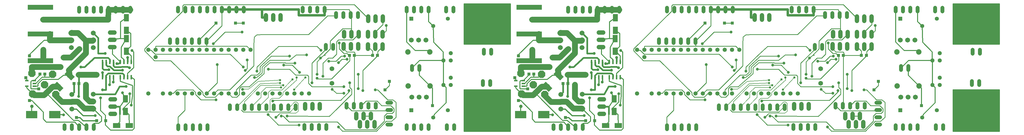
<source format=gbl>
G75*
%MOIN*%
%OFA0B0*%
%FSLAX25Y25*%
%IPPOS*%
%LPD*%
%AMOC8*
5,1,8,0,0,1.08239X$1,22.5*
%
%ADD10R,0.07000X0.09900*%
%ADD11R,0.09900X0.07000*%
%ADD12C,0.06000*%
%ADD13OC8,0.10000*%
%ADD14C,0.05800*%
%ADD15C,0.06750*%
%ADD16R,0.02100X0.06300*%
%ADD17C,0.06500*%
%ADD18C,0.05200*%
%ADD19R,0.15748X0.09843*%
%ADD20R,0.35000X0.07000*%
%ADD21R,0.05543X0.05543*%
%ADD22C,0.05543*%
%ADD23OC8,0.05200*%
%ADD24C,0.07400*%
%ADD25R,0.03937X0.04331*%
%ADD26R,0.07087X0.12598*%
%ADD27R,0.04724X0.02362*%
%ADD28C,0.02400*%
%ADD29C,0.03962*%
%ADD30C,0.01200*%
%ADD31C,0.01000*%
%ADD32C,0.01575*%
%ADD33C,0.03200*%
%ADD34C,0.03187*%
%ADD35C,0.00984*%
%ADD36R,0.03962X0.03962*%
%ADD37C,0.00600*%
%ADD38C,0.03100*%
%ADD39C,0.05000*%
%ADD40C,0.07874*%
%ADD41C,0.04750*%
%ADD42R,0.04750X0.04750*%
%ADD43C,0.07600*%
%ADD44C,0.04000*%
%ADD45C,0.01600*%
%ADD46R,0.03100X0.03100*%
D10*
X0255767Y0153320D03*
X0255767Y0170720D03*
X0257124Y0235910D03*
X0257124Y0253310D03*
X0257400Y0264613D03*
X0257400Y0282013D03*
X0926691Y0282013D03*
X0926691Y0264613D03*
X0926415Y0253310D03*
X0926415Y0235910D03*
X0925058Y0170720D03*
X0925058Y0153320D03*
D11*
X0930534Y0133961D03*
X0913134Y0133961D03*
X0261243Y0133961D03*
X0243843Y0133961D03*
D12*
X0241581Y0149988D02*
X0235581Y0149988D01*
X0235581Y0159988D02*
X0241581Y0159988D01*
X0241581Y0169988D02*
X0235581Y0169988D01*
X0502072Y0163490D02*
X0502072Y0157490D01*
X0512072Y0157490D02*
X0512072Y0163490D01*
X0522072Y0163490D02*
X0522072Y0157490D01*
X0571993Y0149955D02*
X0571993Y0143955D01*
X0576793Y0138744D02*
X0576793Y0132744D01*
X0586793Y0132744D02*
X0586793Y0138744D01*
X0581993Y0143955D02*
X0581993Y0149955D01*
X0591993Y0149955D02*
X0591993Y0143955D01*
X0596793Y0138744D02*
X0596793Y0132744D01*
X0904872Y0149988D02*
X0910872Y0149988D01*
X0910872Y0159988D02*
X0904872Y0159988D01*
X0904872Y0169988D02*
X0910872Y0169988D01*
X1171363Y0163490D02*
X1171363Y0157490D01*
X1181363Y0157490D02*
X1181363Y0163490D01*
X1191363Y0163490D02*
X1191363Y0157490D01*
X1241285Y0149955D02*
X1241285Y0143955D01*
X1246085Y0138744D02*
X1246085Y0132744D01*
X1256085Y0132744D02*
X1256085Y0138744D01*
X1251285Y0143955D02*
X1251285Y0149955D01*
X1261285Y0149955D02*
X1261285Y0143955D01*
X1266085Y0138744D02*
X1266085Y0132744D01*
X1267266Y0239366D02*
X1267266Y0245366D01*
X1277266Y0245366D02*
X1277266Y0239366D01*
X1257266Y0239366D02*
X1257266Y0245366D01*
X1243801Y0245681D02*
X1243801Y0239681D01*
X1233801Y0239681D02*
X1233801Y0245681D01*
X1223801Y0245681D02*
X1223801Y0239681D01*
X1224589Y0256374D02*
X1224589Y0262374D01*
X1234589Y0262374D02*
X1234589Y0256374D01*
X1244589Y0256374D02*
X1244589Y0262374D01*
X1257266Y0262453D02*
X1257266Y0256453D01*
X1267266Y0256453D02*
X1267266Y0262453D01*
X1277266Y0262453D02*
X1277266Y0256453D01*
X1277392Y0277835D02*
X1277392Y0283835D01*
X1267392Y0283835D02*
X1267392Y0277835D01*
X1257392Y0277835D02*
X1257392Y0283835D01*
X1137404Y0285382D02*
X1137404Y0279382D01*
X1127404Y0279382D02*
X1127404Y0285382D01*
X1117404Y0285382D02*
X1117404Y0279382D01*
X0910085Y0261650D02*
X0904085Y0261650D01*
X0904085Y0251650D02*
X0910085Y0251650D01*
X0910085Y0241650D02*
X0904085Y0241650D01*
X0607974Y0239366D02*
X0607974Y0245366D01*
X0597974Y0245366D02*
X0597974Y0239366D01*
X0587974Y0239366D02*
X0587974Y0245366D01*
X0574510Y0245681D02*
X0574510Y0239681D01*
X0564510Y0239681D02*
X0564510Y0245681D01*
X0554510Y0245681D02*
X0554510Y0239681D01*
X0555297Y0256374D02*
X0555297Y0262374D01*
X0565297Y0262374D02*
X0565297Y0256374D01*
X0575297Y0256374D02*
X0575297Y0262374D01*
X0587974Y0262453D02*
X0587974Y0256453D01*
X0597974Y0256453D02*
X0597974Y0262453D01*
X0607974Y0262453D02*
X0607974Y0256453D01*
X0608100Y0277835D02*
X0608100Y0283835D01*
X0598100Y0283835D02*
X0598100Y0277835D01*
X0588100Y0277835D02*
X0588100Y0283835D01*
X0468112Y0285382D02*
X0468112Y0279382D01*
X0458112Y0279382D02*
X0458112Y0285382D01*
X0448112Y0285382D02*
X0448112Y0279382D01*
X0240793Y0261650D02*
X0234793Y0261650D01*
X0234793Y0251650D02*
X0240793Y0251650D01*
X0240793Y0241650D02*
X0234793Y0241650D01*
D13*
X0156415Y0204484D03*
X0128069Y0205665D03*
X0145116Y0189878D03*
X0160510Y0176807D03*
X0129014Y0177516D03*
X0797360Y0205665D03*
X0825707Y0204484D03*
X0814407Y0189878D03*
X0829801Y0176807D03*
X0798305Y0177516D03*
D14*
X0956392Y0177862D03*
X0976392Y0177862D03*
X0986392Y0177862D03*
X0996392Y0177862D03*
X1006392Y0177862D03*
X1016392Y0177862D03*
X1026392Y0177862D03*
X1036392Y0177862D03*
X1046392Y0177862D03*
X1056392Y0177862D03*
X1066392Y0177862D03*
X1076392Y0177862D03*
X1086392Y0177862D03*
X1106392Y0177862D03*
X1116392Y0177862D03*
X1126392Y0177862D03*
X1136392Y0177862D03*
X1146392Y0177862D03*
X1156392Y0177862D03*
X1166392Y0177862D03*
X1176392Y0177862D03*
X0966392Y0227862D03*
X0966392Y0237862D03*
X0976392Y0237862D03*
X0986392Y0237862D03*
X0996392Y0237862D03*
X1006392Y0237862D03*
X1016392Y0237862D03*
X1026392Y0237862D03*
X1036392Y0237862D03*
X1046392Y0237862D03*
X1056392Y0237862D03*
X1066392Y0237862D03*
X1076392Y0237862D03*
X1086392Y0237862D03*
X1096392Y0237862D03*
X0956392Y0237862D03*
X0507100Y0177862D03*
X0497100Y0177862D03*
X0487100Y0177862D03*
X0477100Y0177862D03*
X0467100Y0177862D03*
X0457100Y0177862D03*
X0447100Y0177862D03*
X0437100Y0177862D03*
X0417100Y0177862D03*
X0407100Y0177862D03*
X0397100Y0177862D03*
X0387100Y0177862D03*
X0377100Y0177862D03*
X0367100Y0177862D03*
X0357100Y0177862D03*
X0347100Y0177862D03*
X0337100Y0177862D03*
X0327100Y0177862D03*
X0317100Y0177862D03*
X0307100Y0177862D03*
X0287100Y0177862D03*
X0297100Y0227862D03*
X0297100Y0237862D03*
X0287100Y0237862D03*
X0307100Y0237862D03*
X0317100Y0237862D03*
X0327100Y0237862D03*
X0337100Y0237862D03*
X0347100Y0237862D03*
X0357100Y0237862D03*
X0367100Y0237862D03*
X0377100Y0237862D03*
X0387100Y0237862D03*
X0397100Y0237862D03*
X0407100Y0237862D03*
X0417100Y0237862D03*
X0427100Y0237862D03*
D15*
X0211793Y0240941D03*
X0181998Y0240862D03*
X0181998Y0250862D03*
X0211793Y0250941D03*
X0211793Y0260941D03*
X0181998Y0260862D03*
X0182675Y0176650D03*
X0212085Y0177043D03*
X0212085Y0167043D03*
X0182675Y0166650D03*
X0182675Y0156650D03*
X0212085Y0157043D03*
X0647852Y0173146D03*
X0657852Y0173146D03*
X0667852Y0173146D03*
X0851967Y0176650D03*
X0881376Y0177043D03*
X0881376Y0167043D03*
X0851967Y0166650D03*
X0851967Y0156650D03*
X0881376Y0157043D03*
X0881085Y0240941D03*
X0851289Y0240862D03*
X0851289Y0250862D03*
X0881085Y0250941D03*
X0881085Y0260941D03*
X0851289Y0260862D03*
X0667360Y0251394D03*
X0657360Y0251394D03*
X0647360Y0251394D03*
X1316652Y0251394D03*
X1326652Y0251394D03*
X1336652Y0251394D03*
X1337144Y0173146D03*
X1327144Y0173146D03*
X1317144Y0173146D03*
D16*
X0933246Y0200412D03*
X0928246Y0200412D03*
X0923246Y0200412D03*
X0918246Y0200412D03*
X0908837Y0200412D03*
X0903837Y0200412D03*
X0898837Y0200412D03*
X0893837Y0200412D03*
X0893837Y0221312D03*
X0898837Y0221312D03*
X0903837Y0221312D03*
X0908837Y0221312D03*
X0918246Y0221312D03*
X0923246Y0221312D03*
X0928246Y0221312D03*
X0933246Y0221312D03*
X0263955Y0221312D03*
X0258955Y0221312D03*
X0253955Y0221312D03*
X0248955Y0221312D03*
X0239545Y0221312D03*
X0234545Y0221312D03*
X0229545Y0221312D03*
X0224545Y0221312D03*
X0224545Y0200412D03*
X0229545Y0200412D03*
X0234545Y0200412D03*
X0239545Y0200412D03*
X0248955Y0200412D03*
X0253955Y0200412D03*
X0258955Y0200412D03*
X0263955Y0200412D03*
D17*
X0538435Y0192185D03*
X0538435Y0212185D03*
X1207726Y0212185D03*
X1207726Y0192185D03*
D18*
X0172595Y0134433D02*
X0172595Y0129233D01*
X0182595Y0129233D02*
X0182595Y0134433D01*
X0192595Y0134433D02*
X0192595Y0129233D01*
X0202595Y0129233D02*
X0202595Y0134433D01*
X0212595Y0134433D02*
X0212595Y0129233D01*
X0328136Y0129093D02*
X0328136Y0134293D01*
X0338136Y0134293D02*
X0338136Y0129093D01*
X0348136Y0129093D02*
X0348136Y0134293D01*
X0358136Y0134293D02*
X0358136Y0129093D01*
X0368136Y0129093D02*
X0368136Y0134293D01*
X0398885Y0156566D02*
X0398885Y0161766D01*
X0408885Y0161766D02*
X0408885Y0156566D01*
X0418885Y0156566D02*
X0418885Y0161766D01*
X0428885Y0161766D02*
X0428885Y0156566D01*
X0438885Y0156566D02*
X0438885Y0161766D01*
X0448885Y0161766D02*
X0448885Y0156566D01*
X0458885Y0156566D02*
X0458885Y0161766D01*
X0468885Y0161766D02*
X0468885Y0156566D01*
X0478885Y0156566D02*
X0478885Y0161766D01*
X0488885Y0161766D02*
X0488885Y0156566D01*
X0558667Y0158538D02*
X0558667Y0163738D01*
X0568667Y0163738D02*
X0568667Y0158538D01*
X0578667Y0158538D02*
X0578667Y0163738D01*
X0588667Y0163738D02*
X0588667Y0158538D01*
X0598667Y0158538D02*
X0598667Y0163738D01*
X0614563Y0165429D02*
X0619763Y0165429D01*
X0619763Y0155429D02*
X0614563Y0155429D01*
X0614563Y0145429D02*
X0619763Y0145429D01*
X0619763Y0135429D02*
X0614563Y0135429D01*
X0640963Y0134407D02*
X0640963Y0129207D01*
X0650963Y0129207D02*
X0650963Y0134407D01*
X0660963Y0134407D02*
X0660963Y0129207D01*
X0670963Y0129207D02*
X0670963Y0134407D01*
X0696081Y0134407D02*
X0696081Y0129207D01*
X0706081Y0129207D02*
X0706081Y0134407D01*
X0841886Y0134433D02*
X0841886Y0129233D01*
X0851886Y0129233D02*
X0851886Y0134433D01*
X0861886Y0134433D02*
X0861886Y0129233D01*
X0871886Y0129233D02*
X0871886Y0134433D01*
X0881886Y0134433D02*
X0881886Y0129233D01*
X0997427Y0129093D02*
X0997427Y0134293D01*
X1007427Y0134293D02*
X1007427Y0129093D01*
X1017427Y0129093D02*
X1017427Y0134293D01*
X1027427Y0134293D02*
X1027427Y0129093D01*
X1037427Y0129093D02*
X1037427Y0134293D01*
X1068176Y0156566D02*
X1068176Y0161766D01*
X1078176Y0161766D02*
X1078176Y0156566D01*
X1088176Y0156566D02*
X1088176Y0161766D01*
X1098176Y0161766D02*
X1098176Y0156566D01*
X1108176Y0156566D02*
X1108176Y0161766D01*
X1118176Y0161766D02*
X1118176Y0156566D01*
X1128176Y0156566D02*
X1128176Y0161766D01*
X1138176Y0161766D02*
X1138176Y0156566D01*
X1148176Y0156566D02*
X1148176Y0161766D01*
X1158176Y0161766D02*
X1158176Y0156566D01*
X1227959Y0158538D02*
X1227959Y0163738D01*
X1237959Y0163738D02*
X1237959Y0158538D01*
X1247959Y0158538D02*
X1247959Y0163738D01*
X1257959Y0163738D02*
X1257959Y0158538D01*
X1267959Y0158538D02*
X1267959Y0163738D01*
X1283855Y0165429D02*
X1289055Y0165429D01*
X1289055Y0155429D02*
X1283855Y0155429D01*
X1283855Y0145429D02*
X1289055Y0145429D01*
X1289055Y0135429D02*
X1283855Y0135429D01*
X1310254Y0134407D02*
X1310254Y0129207D01*
X1320254Y0129207D02*
X1320254Y0134407D01*
X1330254Y0134407D02*
X1330254Y0129207D01*
X1340254Y0129207D02*
X1340254Y0134407D01*
X1365372Y0134407D02*
X1365372Y0129207D01*
X1375372Y0129207D02*
X1375372Y0134407D01*
X1200230Y0134607D02*
X1200230Y0129407D01*
X1190230Y0129407D02*
X1190230Y0134607D01*
X1180230Y0134607D02*
X1180230Y0129407D01*
X1170230Y0129407D02*
X1170230Y0134607D01*
X1414585Y0189739D02*
X1414585Y0194939D01*
X1424585Y0194939D02*
X1424585Y0189739D01*
X1327636Y0210408D02*
X1327636Y0215608D01*
X1317636Y0215608D02*
X1317636Y0210408D01*
X1415729Y0232683D02*
X1415729Y0237883D01*
X1425729Y0237883D02*
X1425729Y0232683D01*
X1243502Y0283010D02*
X1243502Y0288210D01*
X1233502Y0288210D02*
X1233502Y0283010D01*
X1223502Y0283010D02*
X1223502Y0288210D01*
X1213502Y0288210D02*
X1213502Y0283010D01*
X1198030Y0290624D02*
X1198030Y0295824D01*
X1188030Y0295824D02*
X1188030Y0290624D01*
X1178030Y0290624D02*
X1178030Y0295824D01*
X1168030Y0295824D02*
X1168030Y0290624D01*
X1087360Y0290624D02*
X1087360Y0295824D01*
X1077360Y0295824D02*
X1077360Y0290624D01*
X1067360Y0290624D02*
X1067360Y0295824D01*
X1057360Y0295824D02*
X1057360Y0290624D01*
X1047360Y0290624D02*
X1047360Y0295824D01*
X1037360Y0295824D02*
X1037360Y0290624D01*
X1027360Y0290624D02*
X1027360Y0295824D01*
X1017360Y0295824D02*
X1017360Y0290624D01*
X1007360Y0290624D02*
X1007360Y0295824D01*
X0997360Y0295824D02*
X0997360Y0290624D01*
X0931886Y0290333D02*
X0931886Y0295533D01*
X0921886Y0295533D02*
X0921886Y0290333D01*
X0911886Y0290333D02*
X0911886Y0295533D01*
X0901886Y0295533D02*
X0901886Y0290333D01*
X0891886Y0290333D02*
X0891886Y0295533D01*
X0881886Y0295533D02*
X0881886Y0290333D01*
X0871886Y0290333D02*
X0871886Y0295533D01*
X0861886Y0295533D02*
X0861886Y0290333D01*
X0986356Y0252517D02*
X0986356Y0247317D01*
X0996356Y0247317D02*
X0996356Y0252517D01*
X1006356Y0252517D02*
X1006356Y0247317D01*
X1016356Y0247317D02*
X1016356Y0252517D01*
X1026356Y0252517D02*
X1026356Y0247317D01*
X1036356Y0247317D02*
X1036356Y0252517D01*
X1199526Y0244643D02*
X1199526Y0239443D01*
X1209526Y0239443D02*
X1209526Y0244643D01*
X1310254Y0290624D02*
X1310254Y0295824D01*
X1320254Y0295824D02*
X1320254Y0290624D01*
X1330254Y0290624D02*
X1330254Y0295824D01*
X1340254Y0295824D02*
X1340254Y0290624D01*
X1364368Y0290624D02*
X1364368Y0295824D01*
X1374368Y0295824D02*
X1374368Y0290624D01*
X0756437Y0237883D02*
X0756437Y0232683D01*
X0746437Y0232683D02*
X0746437Y0237883D01*
X0658344Y0215608D02*
X0658344Y0210408D01*
X0648344Y0210408D02*
X0648344Y0215608D01*
X0745293Y0194939D02*
X0745293Y0189739D01*
X0755293Y0189739D02*
X0755293Y0194939D01*
X0540234Y0239443D02*
X0540234Y0244643D01*
X0530234Y0244643D02*
X0530234Y0239443D01*
X0367065Y0247317D02*
X0367065Y0252517D01*
X0357065Y0252517D02*
X0357065Y0247317D01*
X0347065Y0247317D02*
X0347065Y0252517D01*
X0337065Y0252517D02*
X0337065Y0247317D01*
X0327065Y0247317D02*
X0327065Y0252517D01*
X0317065Y0252517D02*
X0317065Y0247317D01*
X0328069Y0290624D02*
X0328069Y0295824D01*
X0338069Y0295824D02*
X0338069Y0290624D01*
X0348069Y0290624D02*
X0348069Y0295824D01*
X0358069Y0295824D02*
X0358069Y0290624D01*
X0368069Y0290624D02*
X0368069Y0295824D01*
X0378069Y0295824D02*
X0378069Y0290624D01*
X0388069Y0290624D02*
X0388069Y0295824D01*
X0398069Y0295824D02*
X0398069Y0290624D01*
X0408069Y0290624D02*
X0408069Y0295824D01*
X0418069Y0295824D02*
X0418069Y0290624D01*
X0498738Y0290624D02*
X0498738Y0295824D01*
X0508738Y0295824D02*
X0508738Y0290624D01*
X0518738Y0290624D02*
X0518738Y0295824D01*
X0528738Y0295824D02*
X0528738Y0290624D01*
X0544211Y0288210D02*
X0544211Y0283010D01*
X0554211Y0283010D02*
X0554211Y0288210D01*
X0564211Y0288210D02*
X0564211Y0283010D01*
X0574211Y0283010D02*
X0574211Y0288210D01*
X0640963Y0290624D02*
X0640963Y0295824D01*
X0650963Y0295824D02*
X0650963Y0290624D01*
X0660963Y0290624D02*
X0660963Y0295824D01*
X0670963Y0295824D02*
X0670963Y0290624D01*
X0695077Y0290624D02*
X0695077Y0295824D01*
X0705077Y0295824D02*
X0705077Y0290624D01*
X0262595Y0290333D02*
X0262595Y0295533D01*
X0252595Y0295533D02*
X0252595Y0290333D01*
X0242595Y0290333D02*
X0242595Y0295533D01*
X0232595Y0295533D02*
X0232595Y0290333D01*
X0222595Y0290333D02*
X0222595Y0295533D01*
X0212595Y0295533D02*
X0212595Y0290333D01*
X0202595Y0290333D02*
X0202595Y0295533D01*
X0192595Y0295533D02*
X0192595Y0290333D01*
X0500938Y0134607D02*
X0500938Y0129407D01*
X0510938Y0129407D02*
X0510938Y0134607D01*
X0520938Y0134607D02*
X0520938Y0129407D01*
X0530938Y0129407D02*
X0530938Y0134607D01*
D19*
X0796951Y0148933D03*
X0828447Y0148933D03*
X0159156Y0148933D03*
X0127659Y0148933D03*
D20*
X0139439Y0222988D03*
X0139439Y0259602D03*
X0139439Y0296295D03*
X0808730Y0296295D03*
X0808730Y0259602D03*
X0808730Y0222988D03*
D21*
X0647380Y0280843D03*
X0647380Y0154858D03*
X1316671Y0154858D03*
X1316671Y0280843D03*
D22*
X1346671Y0270843D03*
X1366671Y0280843D03*
X1366671Y0154858D03*
X1346671Y0144858D03*
X0697380Y0154858D03*
X0677380Y0144858D03*
X0677380Y0270843D03*
X0697380Y0280843D03*
D23*
X0701396Y0233264D03*
X0701396Y0223264D03*
X0691396Y0223264D03*
X0701396Y0199799D03*
X0701396Y0189799D03*
X0691396Y0189799D03*
X1360687Y0189799D03*
X1370687Y0189799D03*
X1370687Y0199799D03*
X1370687Y0223264D03*
X1360687Y0223264D03*
X1370687Y0233264D03*
D24*
X1341809Y0235154D03*
X1311809Y0235154D03*
X1312301Y0188402D03*
X1342301Y0188402D03*
X0673010Y0188402D03*
X0643010Y0188402D03*
X0642518Y0235154D03*
X0672518Y0235154D03*
D25*
X0600825Y0230232D03*
X0594132Y0230232D03*
X0569329Y0230232D03*
X0562636Y0230232D03*
X0808207Y0204642D03*
X0814900Y0204642D03*
X0854959Y0191846D03*
X0861652Y0191846D03*
X1231927Y0230232D03*
X1238620Y0230232D03*
X1263423Y0230232D03*
X1270116Y0230232D03*
X0192360Y0191846D03*
X0185667Y0191846D03*
X0145608Y0204642D03*
X0138915Y0204642D03*
D26*
G36*
X0172702Y0204982D02*
X0177713Y0209993D01*
X0186620Y0201086D01*
X0181609Y0196075D01*
X0172702Y0204982D01*
G37*
G36*
X0157112Y0189392D02*
X0162123Y0194403D01*
X0171030Y0185496D01*
X0166019Y0180485D01*
X0157112Y0189392D01*
G37*
G36*
X0826404Y0189392D02*
X0831415Y0194403D01*
X0840322Y0185496D01*
X0835311Y0180485D01*
X0826404Y0189392D01*
G37*
G36*
X0841994Y0204982D02*
X0847005Y0209993D01*
X0855912Y0201086D01*
X0850901Y0196075D01*
X0841994Y0204982D01*
G37*
D27*
X0800455Y0195587D03*
X0800455Y0191846D03*
X0800455Y0188106D03*
X0790171Y0188106D03*
X0790171Y0195587D03*
X0131163Y0195587D03*
X0131163Y0191846D03*
X0131163Y0188106D03*
X0120880Y0188106D03*
X0120880Y0195587D03*
D28*
X0182675Y0176650D02*
X0185667Y0179642D01*
X0185667Y0191846D01*
X0191967Y0191453D02*
X0192360Y0191846D01*
X0192360Y0203264D01*
X0191967Y0203657D01*
X0224447Y0206610D02*
X0224545Y0205528D01*
X0224545Y0200412D01*
X0229368Y0200235D02*
X0229368Y0202673D01*
X0232321Y0205626D01*
X0252006Y0205626D01*
X0253974Y0203657D01*
X0253974Y0200432D01*
X0253955Y0200412D01*
X0253974Y0200393D01*
X0229545Y0200412D02*
X0229368Y0200235D01*
X0229368Y0182988D01*
X0224447Y0182988D01*
X0212124Y0177083D02*
X0212085Y0177043D01*
X0242077Y0177043D01*
X0247900Y0187667D01*
X0256819Y0187667D01*
X0191967Y0191453D02*
X0191967Y0174130D01*
X0238581Y0159988D02*
X0247744Y0159988D01*
X0248367Y0159366D01*
X0248267Y0149681D01*
X0252006Y0210055D02*
X0240195Y0210055D01*
X0234289Y0215469D01*
X0231337Y0215469D01*
X0229545Y0217260D01*
X0229545Y0221312D01*
X0224545Y0221312D02*
X0224545Y0212417D01*
X0226415Y0210547D01*
X0233305Y0210547D01*
X0239545Y0216118D02*
X0241179Y0214484D01*
X0259195Y0214533D01*
X0259244Y0214484D01*
X0261628Y0213194D01*
X0239545Y0216118D02*
X0239545Y0221312D01*
X0234595Y0221362D02*
X0234595Y0224733D01*
X0232264Y0227064D01*
X0213620Y0227064D01*
X0199841Y0214484D01*
X0194919Y0214484D01*
X0224447Y0221411D02*
X0224545Y0221312D01*
X0244132Y0218974D02*
X0246617Y0218974D01*
X0248955Y0221312D01*
X0258955Y0221312D02*
X0258955Y0228205D01*
X0258896Y0227464D01*
X0259195Y0233510D02*
X0259195Y0238533D01*
X0257124Y0235910D02*
X0260018Y0233510D01*
X0259195Y0233510D02*
X0257124Y0235910D01*
X0238384Y0241059D02*
X0237793Y0241650D01*
X0228384Y0233185D02*
X0218541Y0233185D01*
X0218541Y0254193D01*
X0211793Y0260941D01*
X0237793Y0251650D02*
X0238541Y0252702D01*
X0263995Y0221352D02*
X0263955Y0221312D01*
X0851967Y0176650D02*
X0854959Y0179642D01*
X0854959Y0191846D01*
X0861258Y0191453D02*
X0861652Y0191846D01*
X0861652Y0203264D01*
X0861258Y0203657D01*
X0893738Y0206610D02*
X0893837Y0205528D01*
X0893837Y0200412D01*
X0898659Y0200235D02*
X0898659Y0202673D01*
X0901612Y0205626D01*
X0921297Y0205626D01*
X0923266Y0203657D01*
X0923266Y0200432D01*
X0923246Y0200412D01*
X0923266Y0200393D01*
X0898837Y0200412D02*
X0898659Y0200235D01*
X0898659Y0182988D01*
X0893738Y0182988D01*
X0911368Y0177043D02*
X0917192Y0187667D01*
X0926111Y0187667D01*
X0911368Y0177043D02*
X0881376Y0177043D01*
X0881415Y0177083D01*
X0861258Y0174130D02*
X0861258Y0191453D01*
X0893837Y0212417D02*
X0895707Y0210547D01*
X0902596Y0210547D01*
X0903581Y0215469D02*
X0909486Y0210055D01*
X0921297Y0210055D01*
X0928486Y0214533D02*
X0910470Y0214484D01*
X0908837Y0216118D01*
X0908837Y0221312D01*
X0903886Y0221362D02*
X0903886Y0224733D01*
X0901556Y0227064D01*
X0882911Y0227064D01*
X0869132Y0214484D01*
X0864211Y0214484D01*
X0893837Y0212417D02*
X0893837Y0221312D01*
X0893738Y0221411D01*
X0898837Y0221312D02*
X0898837Y0217260D01*
X0900628Y0215469D01*
X0903581Y0215469D01*
X0913423Y0218974D02*
X0915908Y0218974D01*
X0918246Y0221312D01*
X0928246Y0221312D02*
X0928246Y0228205D01*
X0928187Y0227464D01*
X0928486Y0233510D02*
X0928486Y0238533D01*
X0926415Y0235910D02*
X0929309Y0233510D01*
X0928486Y0233510D02*
X0926415Y0235910D01*
X0907675Y0241059D02*
X0907085Y0241650D01*
X0897675Y0233185D02*
X0887833Y0233185D01*
X0887833Y0254193D01*
X0881085Y0260941D01*
X0907085Y0251650D02*
X0907833Y0252702D01*
X0933286Y0221352D02*
X0933246Y0221312D01*
X0928486Y0214533D02*
X0928535Y0214484D01*
X0930920Y0213194D01*
X0917036Y0159988D02*
X0917658Y0159366D01*
X0917558Y0149681D01*
X0917036Y0159988D02*
X0907872Y0159988D01*
D29*
X0933311Y0162103D03*
X0891278Y0172161D03*
X0861258Y0174130D03*
X0893738Y0182988D03*
X0903581Y0189878D03*
X0926219Y0187559D03*
X0908502Y0193815D03*
X0893738Y0206610D03*
X0902596Y0210547D03*
X0921297Y0210055D03*
X0930920Y0213194D03*
X0913423Y0218974D03*
X0928187Y0227464D03*
X0897675Y0233185D03*
X0934093Y0237122D03*
X0864211Y0214484D03*
X0871100Y0189878D03*
X0921297Y0178933D03*
X0931140Y0177812D03*
X0840589Y0148539D03*
X0883896Y0147555D03*
X1049123Y0169512D03*
X1085671Y0183811D03*
X1101758Y0199898D03*
X1105333Y0208835D03*
X1120857Y0211516D03*
X1141974Y0216878D03*
X1157167Y0219559D03*
X1192313Y0226760D03*
X1203640Y0222240D03*
X1217045Y0220453D03*
X1228663Y0224921D03*
X1225089Y0229390D03*
X1192915Y0237433D03*
X1173254Y0231177D03*
X1150018Y0229390D03*
X1091927Y0224028D03*
X1050817Y0217772D03*
X1086565Y0214197D03*
X1089246Y0209728D03*
X1163423Y0207047D03*
X1187553Y0204366D03*
X1195596Y0201685D03*
X1187553Y0199004D03*
X1180404Y0192748D03*
X1208202Y0183811D03*
X1224195Y0187386D03*
X1232238Y0192748D03*
X1243856Y0184705D03*
X1250112Y0182024D03*
X1231344Y0182024D03*
X1224195Y0178449D03*
X1267093Y0182917D03*
X1243856Y0204366D03*
X1126781Y0167724D03*
X1120526Y0148957D03*
X1131250Y0145382D03*
X1138400Y0147169D03*
X1146443Y0147169D03*
X1162936Y0134764D03*
X1216770Y0132008D03*
X1217939Y0247264D03*
X1282285Y0271394D03*
X1084778Y0262457D03*
X1045455Y0246370D03*
X0612994Y0271394D03*
X0548648Y0247264D03*
X0523624Y0237433D03*
X0503963Y0231177D03*
X0523022Y0226760D03*
X0534348Y0222240D03*
X0547754Y0220453D03*
X0559372Y0224921D03*
X0555797Y0229390D03*
X0487876Y0219559D03*
X0472683Y0216878D03*
X0451566Y0211516D03*
X0436041Y0208835D03*
X0419955Y0209728D03*
X0417274Y0214197D03*
X0381526Y0217772D03*
X0422636Y0224028D03*
X0480726Y0229390D03*
X0494132Y0207047D03*
X0518262Y0204366D03*
X0526305Y0201685D03*
X0518262Y0199004D03*
X0511112Y0192748D03*
X0538911Y0183811D03*
X0554904Y0187386D03*
X0562947Y0192748D03*
X0574565Y0184705D03*
X0580821Y0182024D03*
X0562053Y0182024D03*
X0554904Y0178449D03*
X0597801Y0182917D03*
X0574565Y0204366D03*
X0432467Y0199898D03*
X0416380Y0183811D03*
X0379832Y0169512D03*
X0457490Y0167724D03*
X0451234Y0148957D03*
X0461959Y0145382D03*
X0469108Y0147169D03*
X0477152Y0147169D03*
X0493644Y0134764D03*
X0547478Y0132008D03*
X0264019Y0162103D03*
X0221986Y0172161D03*
X0191967Y0174130D03*
X0224447Y0182988D03*
X0234289Y0189878D03*
X0256927Y0187559D03*
X0239211Y0193815D03*
X0224447Y0206610D03*
X0233305Y0210547D03*
X0252006Y0210055D03*
X0261628Y0213194D03*
X0244132Y0218974D03*
X0258896Y0227464D03*
X0228384Y0233185D03*
X0264801Y0237122D03*
X0194919Y0214484D03*
X0201809Y0189878D03*
X0252006Y0178933D03*
X0261848Y0177812D03*
X0171297Y0148539D03*
X0214604Y0147555D03*
X0376163Y0246370D03*
X0415486Y0262457D03*
D30*
X0267262Y0235154D02*
X0264801Y0237122D01*
X0267262Y0235154D02*
X0267262Y0213500D01*
X0258955Y0205685D01*
X0258955Y0200412D01*
X0263955Y0200412D02*
X0268155Y0197250D01*
X0267970Y0179435D01*
X0267970Y0130155D01*
X0265496Y0127681D01*
X0235647Y0127681D01*
X0228595Y0134733D01*
X0228595Y0140384D01*
X0228876Y0140665D01*
X0228595Y0140946D01*
X0228595Y0147933D01*
X0221995Y0154533D01*
X0221986Y0154533D01*
X0221986Y0172161D01*
X0248367Y0159366D02*
X0255767Y0170720D01*
X0252006Y0178933D01*
X0261848Y0177812D02*
X0261848Y0166187D01*
X0252595Y0156933D01*
X0252595Y0155291D01*
X0255767Y0153320D01*
X0260867Y0149081D01*
X0261243Y0133961D01*
X0248395Y0138933D02*
X0248395Y0149553D01*
X0248267Y0149681D01*
X0223195Y0145933D02*
X0223195Y0139933D01*
X0219195Y0136933D01*
X0213195Y0136933D01*
X0212557Y0136295D01*
X0212595Y0136295D01*
X0212595Y0131833D01*
X0202595Y0131833D02*
X0191474Y0141157D01*
X0185077Y0141157D01*
X0150628Y0175606D01*
X0144722Y0175606D01*
X0129014Y0177516D02*
X0120880Y0185650D01*
X0120880Y0188106D01*
X0126514Y0184957D02*
X0127006Y0184465D01*
X0137341Y0184465D01*
X0135864Y0187909D02*
X0131360Y0187909D01*
X0131163Y0188106D01*
X0131163Y0191846D02*
X0133404Y0191846D01*
X0141770Y0200213D01*
X0145215Y0200213D01*
X0145608Y0200606D01*
X0145608Y0204642D01*
X0138915Y0204642D02*
X0138915Y0203339D01*
X0131163Y0195587D01*
X0127793Y0195587D01*
X0126514Y0194307D01*
X0126514Y0184957D01*
X0135864Y0187909D02*
X0136356Y0188402D01*
X0136356Y0191354D01*
X0142262Y0197260D01*
X0163915Y0197260D01*
X0171166Y0203034D01*
X0179661Y0203034D01*
X0156415Y0204484D02*
X0152144Y0200213D01*
X0145215Y0200213D01*
X0120880Y0198465D02*
X0120880Y0195587D01*
X0120880Y0198465D02*
X0119624Y0199720D01*
X0234545Y0221312D02*
X0234595Y0221362D01*
X0242262Y0228165D02*
X0248955Y0221312D01*
X0253955Y0221312D02*
X0253955Y0224573D01*
X0250195Y0227733D01*
X0250355Y0241452D01*
X0257124Y0253310D01*
X0249211Y0253302D01*
X0238541Y0252702D01*
X0249211Y0253302D02*
X0249211Y0276374D01*
X0257400Y0282013D01*
X0257400Y0264613D02*
X0263395Y0260417D01*
X0263395Y0242733D01*
X0259195Y0238533D01*
X0260018Y0233510D02*
X0263995Y0229533D01*
X0263995Y0221352D01*
X0242262Y0228165D02*
X0238423Y0232004D01*
X0238384Y0241059D01*
X0152754Y0250862D02*
X0152715Y0250902D01*
X0144722Y0250902D01*
X0124545Y0231217D01*
X0124545Y0229740D01*
X0249053Y0200314D02*
X0249053Y0194631D01*
X0265448Y0189035D01*
X0265448Y0174791D01*
X0264019Y0162103D01*
X0221986Y0154533D02*
X0221986Y0154445D01*
X0223195Y0145933D02*
X0212085Y0157043D01*
X0171297Y0148539D02*
X0170904Y0148933D01*
X0159156Y0148933D01*
X0143738Y0152476D02*
X0127990Y0168224D01*
X0124545Y0168224D01*
X0127990Y0160350D02*
X0127659Y0160020D01*
X0127659Y0148933D01*
X0143738Y0152476D02*
X0143738Y0143126D01*
X0147459Y0138805D01*
X0186830Y0138805D01*
X0192595Y0131833D01*
X0243843Y0133961D02*
X0243843Y0134381D01*
X0248395Y0138933D01*
X0256927Y0187559D02*
X0256819Y0187667D01*
X0640963Y0248756D02*
X0652596Y0237122D01*
X0670549Y0237122D01*
X0672518Y0235154D01*
X0677872Y0248264D02*
X0690982Y0235154D01*
X0690982Y0223677D01*
X0691396Y0223264D01*
X0658600Y0223264D01*
X0648344Y0213008D01*
X0658344Y0213008D02*
X0658344Y0203067D01*
X0673010Y0188402D01*
X0676219Y0185193D01*
X0676219Y0161335D01*
X0678856Y0149209D02*
X0694919Y0165272D01*
X0694919Y0186276D01*
X0691396Y0189799D01*
X0691396Y0223264D01*
X0677872Y0248264D02*
X0677380Y0270843D01*
X0670963Y0276768D01*
X0670963Y0293224D01*
X0640963Y0293224D02*
X0640963Y0248756D01*
X0793837Y0231217D02*
X0814014Y0250902D01*
X0822006Y0250902D01*
X0822045Y0250862D01*
X0793837Y0231217D02*
X0793837Y0229740D01*
X0808207Y0204642D02*
X0808207Y0203339D01*
X0800455Y0195587D01*
X0797085Y0195587D01*
X0795805Y0194307D01*
X0795805Y0184957D01*
X0796297Y0184465D01*
X0806632Y0184465D01*
X0805156Y0187909D02*
X0800652Y0187909D01*
X0800455Y0188106D01*
X0800455Y0191846D02*
X0802695Y0191846D01*
X0811061Y0200213D01*
X0814506Y0200213D01*
X0814900Y0200606D01*
X0814900Y0204642D01*
X0821435Y0200213D02*
X0825707Y0204484D01*
X0833207Y0197260D02*
X0840457Y0203034D01*
X0848953Y0203034D01*
X0833207Y0197260D02*
X0811553Y0197260D01*
X0805648Y0191354D01*
X0805648Y0188402D01*
X0805156Y0187909D01*
X0798305Y0177516D02*
X0790171Y0185650D01*
X0790171Y0188106D01*
X0790171Y0195587D02*
X0790171Y0198465D01*
X0788915Y0199720D01*
X0814506Y0200213D02*
X0821435Y0200213D01*
X0903837Y0221312D02*
X0903886Y0221362D01*
X0911553Y0228165D02*
X0918246Y0221312D01*
X0923246Y0221312D02*
X0923246Y0224573D01*
X0919486Y0227733D01*
X0919646Y0241452D01*
X0926415Y0253310D01*
X0918502Y0253302D01*
X0907833Y0252702D01*
X0918502Y0253302D02*
X0918502Y0276374D01*
X0926691Y0282013D01*
X0926691Y0264613D02*
X0932686Y0260417D01*
X0932686Y0242733D01*
X0928486Y0238533D01*
X0929309Y0233510D02*
X0933286Y0229533D01*
X0933286Y0221352D01*
X0936553Y0213500D02*
X0936553Y0235154D01*
X0934093Y0237122D01*
X0911553Y0228165D02*
X0907715Y0232004D01*
X0907675Y0241059D01*
X0936553Y0213500D02*
X0928246Y0205685D01*
X0928246Y0200412D01*
X0933246Y0200412D02*
X0937446Y0197250D01*
X0937261Y0179435D01*
X0937261Y0130155D01*
X0934787Y0127681D01*
X0904938Y0127681D01*
X0897886Y0134733D01*
X0897886Y0140384D01*
X0898167Y0140665D01*
X0897886Y0140946D01*
X0897886Y0147933D01*
X0891286Y0154533D01*
X0891278Y0154533D01*
X0891278Y0172161D01*
X0917658Y0159366D02*
X0925058Y0170720D01*
X0921297Y0178933D01*
X0931140Y0177812D02*
X0931140Y0166187D01*
X0921886Y0156933D01*
X0921886Y0155291D01*
X0925058Y0153320D01*
X0930158Y0149081D01*
X0930534Y0133961D01*
X0917686Y0138933D02*
X0917686Y0149553D01*
X0917558Y0149681D01*
X0892486Y0145933D02*
X0892486Y0139933D01*
X0888486Y0136933D01*
X0882486Y0136933D01*
X0881848Y0136295D01*
X0881886Y0136295D01*
X0881886Y0131833D01*
X0871886Y0131833D02*
X0860766Y0141157D01*
X0854368Y0141157D01*
X0819919Y0175606D01*
X0814014Y0175606D01*
X0797281Y0168224D02*
X0813030Y0152476D01*
X0813030Y0143126D01*
X0816751Y0138805D01*
X0856121Y0138805D01*
X0861886Y0131833D01*
X0913134Y0133961D02*
X0913134Y0134381D01*
X0917686Y0138933D01*
X0892486Y0145933D02*
X0881376Y0157043D01*
X0891278Y0154533D02*
X0891278Y0154445D01*
X0933311Y0162103D02*
X0934740Y0174791D01*
X0934740Y0189035D01*
X0918344Y0194631D01*
X0918344Y0200314D01*
X0926111Y0187667D02*
X0926219Y0187559D01*
X0797281Y0168224D02*
X0793837Y0168224D01*
X0797281Y0160350D02*
X0796951Y0160020D01*
X0796951Y0148933D01*
X0828447Y0148933D02*
X0840195Y0148933D01*
X0840589Y0148539D01*
X0678856Y0149209D02*
X0677380Y0144858D01*
X1310254Y0248756D02*
X1321888Y0237122D01*
X1339841Y0237122D01*
X1341809Y0235154D01*
X1347163Y0248264D02*
X1360274Y0235154D01*
X1360274Y0223677D01*
X1360687Y0223264D01*
X1327892Y0223264D01*
X1317636Y0213008D01*
X1327636Y0213008D02*
X1327636Y0203067D01*
X1342301Y0188402D01*
X1345510Y0185193D01*
X1345510Y0161335D01*
X1348148Y0149209D02*
X1364211Y0165272D01*
X1364211Y0186276D01*
X1360687Y0189799D01*
X1360687Y0223264D01*
X1347163Y0248264D02*
X1346671Y0270843D01*
X1340254Y0276768D01*
X1340254Y0293224D01*
X1310254Y0293224D02*
X1310254Y0248756D01*
X1348148Y0149209D02*
X1346671Y0144858D01*
D31*
X1295597Y0145382D02*
X1289435Y0140020D01*
X1282285Y0140020D01*
X1269050Y0126224D01*
X1222333Y0126224D01*
X1216770Y0132008D01*
X1215258Y0139126D02*
X1225982Y0128402D01*
X1267986Y0128402D01*
X1279604Y0140020D01*
X1279604Y0147169D01*
X1283179Y0150744D01*
X1290329Y0150744D01*
X1293010Y0153425D01*
X1293010Y0157000D01*
X1288541Y0161469D01*
X1276030Y0161469D01*
X1269774Y0167724D01*
X1254581Y0167724D01*
X1248325Y0161469D01*
X1247959Y0161138D01*
X1238494Y0161469D02*
X1237959Y0161138D01*
X1238494Y0161469D02*
X1238494Y0229390D01*
X1238620Y0230232D01*
X1232238Y0229390D02*
X1231927Y0230232D01*
X1231344Y0230283D01*
X1228663Y0232965D01*
X1224195Y0232965D01*
X1217939Y0239220D01*
X1217939Y0247264D01*
X1214364Y0249051D02*
X1217045Y0251732D01*
X1236707Y0251732D01*
X1243856Y0258882D01*
X1244589Y0259374D01*
X1234919Y0266925D02*
X1234589Y0266925D01*
X1222407Y0266925D01*
X1205427Y0249945D01*
X1205427Y0239220D01*
X1197384Y0231177D01*
X1199033Y0230665D01*
X1196490Y0230283D01*
X1192313Y0226760D01*
X1187553Y0221346D01*
X1187553Y0204366D01*
X1195596Y0201685D02*
X1195596Y0219559D01*
X1202746Y0226709D01*
X1209002Y0226709D01*
X1214364Y0232071D01*
X1214364Y0249051D01*
X1199526Y0242043D02*
X1199171Y0241902D01*
X1199171Y0238327D01*
X1180404Y0219559D01*
X1180404Y0192748D01*
X1175935Y0191854D02*
X1180404Y0187386D01*
X1224195Y0187386D01*
X1232238Y0186492D02*
X1234919Y0183811D01*
X1234919Y0177055D01*
X1216545Y0158681D01*
X1214145Y0156400D01*
X1204315Y0146569D01*
X1146443Y0147169D01*
X1141081Y0147169D02*
X1149124Y0139126D01*
X1215258Y0139126D01*
X1234919Y0154319D02*
X1284967Y0154319D01*
X1285860Y0155213D01*
X1286455Y0155429D01*
X1295597Y0145382D02*
X1295597Y0165937D01*
X1291222Y0169512D01*
X1284073Y0169512D01*
X1270667Y0182917D01*
X1267093Y0182917D01*
X1250112Y0182024D02*
X1250112Y0209728D01*
X1269774Y0229390D01*
X1270116Y0230232D01*
X1270667Y0230283D01*
X1270667Y0235646D01*
X1276923Y0241902D01*
X1277266Y0242366D01*
X1232238Y0229390D02*
X1232238Y0223134D01*
X1207215Y0198110D01*
X1188447Y0198110D01*
X1187553Y0199004D01*
X1175935Y0201685D02*
X1174148Y0203472D01*
X1158061Y0203472D01*
X1150018Y0211516D01*
X1120857Y0211516D01*
X1114882Y0213303D02*
X1114882Y0205260D01*
X1094608Y0187386D01*
X1083884Y0187386D01*
X1081203Y0184705D01*
X1081203Y0176661D01*
X1077628Y0173087D01*
X1071372Y0173087D01*
X1066904Y0177555D01*
X1066392Y0177862D01*
X1067797Y0182917D02*
X1051711Y0182917D01*
X1047242Y0178449D01*
X1046392Y0177862D01*
X1048136Y0173087D02*
X1034730Y0173087D01*
X1031156Y0176661D01*
X1031156Y0179343D01*
X0987364Y0223134D01*
X0965022Y0223134D01*
X0951616Y0236539D01*
X0951616Y0239220D01*
X1003451Y0291055D01*
X1003451Y0298205D01*
X1005238Y0299992D01*
X1238494Y0299992D01*
X1257262Y0281224D01*
X1257392Y0280835D01*
X1282285Y0271394D02*
X1282285Y0264244D01*
X1277817Y0259776D01*
X1277266Y0259453D01*
X1192915Y0237433D02*
X1187553Y0242795D01*
X1134825Y0242795D01*
X1131250Y0239220D01*
X1122313Y0231177D01*
X1105333Y0214197D01*
X1105333Y0208835D01*
X1109707Y0207047D02*
X1105333Y0203472D01*
X1097289Y0203472D01*
X1076734Y0182917D01*
X1076734Y0178449D01*
X1076392Y0177862D01*
X1067797Y0182917D02*
X1100864Y0215984D01*
X1100864Y0245476D01*
X1101415Y0255823D01*
X1105352Y0258776D01*
X1114270Y0258882D01*
X1175935Y0258882D01*
X1201852Y0284799D01*
X1213470Y0284799D01*
X1213502Y0285610D01*
X1084778Y0262457D02*
X1061541Y0262457D01*
X1045455Y0246370D01*
X1068691Y0232071D02*
X0965915Y0232071D01*
X0960553Y0237433D01*
X0956978Y0237433D01*
X0956392Y0237862D01*
X1050817Y0217772D02*
X1050817Y0192748D01*
X1036518Y0178449D01*
X1036392Y0177862D01*
X1028474Y0169512D02*
X1021325Y0176661D01*
X1021325Y0179343D01*
X1017750Y0182917D01*
X0995407Y0182917D01*
X0990939Y0178449D01*
X0986470Y0178449D01*
X0986392Y0177862D01*
X1028474Y0169512D02*
X1049123Y0169512D01*
X1048136Y0173087D02*
X1052604Y0177555D01*
X1056179Y0177555D01*
X1056392Y0177862D01*
X1126781Y0167724D02*
X1127675Y0168618D01*
X1219726Y0168618D01*
X1231344Y0180236D01*
X1231344Y0182024D01*
X1224195Y0178449D02*
X1214364Y0178449D01*
X1208202Y0183811D01*
X1232238Y0186492D02*
X1232238Y0192748D01*
X1243856Y0184705D02*
X1243856Y0204366D01*
X1221514Y0224921D02*
X1217045Y0220453D01*
X1213470Y0222240D02*
X1203640Y0222240D01*
X1213470Y0222240D02*
X1220620Y0229390D01*
X1225089Y0229390D01*
X1221514Y0224921D02*
X1228663Y0224921D01*
X1173254Y0231177D02*
X1158767Y0231177D01*
X1149830Y0223840D01*
X1122738Y0223840D01*
X1112295Y0214197D01*
X1112295Y0206154D01*
X1104439Y0199898D01*
X1101758Y0199898D01*
X1109707Y0207047D02*
X1109707Y0215091D01*
X1124807Y0229390D01*
X1150018Y0229390D01*
X1143762Y0220453D02*
X1122832Y0220453D01*
X1114882Y0213303D01*
X1091927Y0212409D02*
X1089246Y0209728D01*
X1091927Y0212409D02*
X1091927Y0224028D01*
X1086565Y0214197D02*
X1068691Y0232071D01*
X1141974Y0216878D02*
X1153593Y0216878D01*
X1163423Y0207047D01*
X1175935Y0201685D02*
X1175935Y0191854D01*
X1157167Y0219559D02*
X1144656Y0219559D01*
X1143762Y0220453D01*
X1227959Y0161138D02*
X1228663Y0160575D01*
X1234919Y0154319D01*
X1162936Y0134764D02*
X1134719Y0134764D01*
X1120526Y0148957D01*
X1123236Y0152531D02*
X1086565Y0152531D01*
X1083884Y0155213D01*
X1123236Y0152531D02*
X1150736Y0152531D01*
X1135894Y0150026D02*
X1131250Y0145382D01*
X1138400Y0147169D02*
X1141081Y0147169D01*
X0626306Y0145382D02*
X0620144Y0140020D01*
X0612994Y0140020D01*
X0599759Y0126224D01*
X0553042Y0126224D01*
X0547478Y0132008D01*
X0545967Y0139126D02*
X0556691Y0128402D01*
X0598695Y0128402D01*
X0610313Y0140020D01*
X0610313Y0147169D01*
X0613888Y0150744D01*
X0621037Y0150744D01*
X0623719Y0153425D01*
X0623719Y0157000D01*
X0619250Y0161469D01*
X0606738Y0161469D01*
X0600482Y0167724D01*
X0585289Y0167724D01*
X0579033Y0161469D01*
X0578667Y0161138D01*
X0569203Y0161469D02*
X0568667Y0161138D01*
X0569203Y0161469D02*
X0569203Y0229390D01*
X0569329Y0230232D01*
X0562947Y0229390D02*
X0562636Y0230232D01*
X0562053Y0230283D01*
X0559372Y0232965D01*
X0554904Y0232965D01*
X0548648Y0239220D01*
X0548648Y0247264D01*
X0545073Y0249051D02*
X0547754Y0251732D01*
X0567415Y0251732D01*
X0574565Y0258882D01*
X0575297Y0259374D01*
X0565628Y0266925D02*
X0565297Y0266925D01*
X0553116Y0266925D01*
X0536136Y0249945D01*
X0536136Y0239220D01*
X0528093Y0231177D01*
X0529742Y0230665D01*
X0527199Y0230283D01*
X0523022Y0226760D01*
X0518262Y0221346D01*
X0518262Y0204366D01*
X0526305Y0201685D02*
X0526305Y0219559D01*
X0533455Y0226709D01*
X0539711Y0226709D01*
X0545073Y0232071D01*
X0545073Y0249051D01*
X0530234Y0242043D02*
X0529880Y0241902D01*
X0529880Y0238327D01*
X0511112Y0219559D01*
X0511112Y0192748D01*
X0506644Y0191854D02*
X0511112Y0187386D01*
X0554904Y0187386D01*
X0562947Y0186492D02*
X0565628Y0183811D01*
X0565628Y0177055D01*
X0547254Y0158681D01*
X0544854Y0156400D01*
X0535023Y0146569D01*
X0477152Y0147169D01*
X0471789Y0147169D02*
X0479833Y0139126D01*
X0545967Y0139126D01*
X0565628Y0154319D02*
X0615675Y0154319D01*
X0616569Y0155213D01*
X0617163Y0155429D01*
X0626306Y0145382D02*
X0626306Y0165937D01*
X0621931Y0169512D01*
X0614781Y0169512D01*
X0601376Y0182917D01*
X0597801Y0182917D01*
X0580821Y0182024D02*
X0580821Y0209728D01*
X0600482Y0229390D01*
X0600825Y0230232D01*
X0601376Y0230283D01*
X0601376Y0235646D01*
X0607632Y0241902D01*
X0607974Y0242366D01*
X0562947Y0229390D02*
X0562947Y0223134D01*
X0537923Y0198110D01*
X0519156Y0198110D01*
X0518262Y0199004D01*
X0506644Y0201685D02*
X0504856Y0203472D01*
X0488770Y0203472D01*
X0480726Y0211516D01*
X0451566Y0211516D01*
X0445591Y0213303D02*
X0445591Y0205260D01*
X0425317Y0187386D01*
X0414593Y0187386D01*
X0411911Y0184705D01*
X0411911Y0176661D01*
X0408337Y0173087D01*
X0402081Y0173087D01*
X0397612Y0177555D01*
X0397100Y0177862D01*
X0398506Y0182917D02*
X0382419Y0182917D01*
X0377951Y0178449D01*
X0377100Y0177862D01*
X0378844Y0173087D02*
X0365439Y0173087D01*
X0361864Y0176661D01*
X0361864Y0179343D01*
X0318073Y0223134D01*
X0295730Y0223134D01*
X0282325Y0236539D01*
X0282325Y0239220D01*
X0334159Y0291055D01*
X0334159Y0298205D01*
X0335947Y0299992D01*
X0569203Y0299992D01*
X0587970Y0281224D01*
X0588100Y0280835D01*
X0612994Y0271394D02*
X0612994Y0264244D01*
X0608526Y0259776D01*
X0607974Y0259453D01*
X0523624Y0237433D02*
X0518262Y0242795D01*
X0465533Y0242795D01*
X0461959Y0239220D01*
X0453022Y0231177D01*
X0436041Y0214197D01*
X0436041Y0208835D01*
X0440416Y0207047D02*
X0436041Y0203472D01*
X0427998Y0203472D01*
X0407443Y0182917D01*
X0407443Y0178449D01*
X0407100Y0177862D01*
X0398506Y0182917D02*
X0431573Y0215984D01*
X0431573Y0245476D01*
X0432124Y0255823D01*
X0436061Y0258776D01*
X0444978Y0258882D01*
X0506644Y0258882D01*
X0532561Y0284799D01*
X0544179Y0284799D01*
X0544211Y0285610D01*
X0415486Y0262457D02*
X0392250Y0262457D01*
X0376163Y0246370D01*
X0399400Y0232071D02*
X0296624Y0232071D01*
X0291262Y0237433D01*
X0287687Y0237433D01*
X0287100Y0237862D01*
X0381526Y0217772D02*
X0381526Y0192748D01*
X0367226Y0178449D01*
X0367100Y0177862D01*
X0359183Y0169512D02*
X0352033Y0176661D01*
X0352033Y0179343D01*
X0348459Y0182917D01*
X0326116Y0182917D01*
X0321648Y0178449D01*
X0317179Y0178449D01*
X0317100Y0177862D01*
X0359183Y0169512D02*
X0379832Y0169512D01*
X0378844Y0173087D02*
X0383313Y0177555D01*
X0386888Y0177555D01*
X0387100Y0177862D01*
X0457490Y0167724D02*
X0458384Y0168618D01*
X0550435Y0168618D01*
X0562053Y0180236D01*
X0562053Y0182024D01*
X0554904Y0178449D02*
X0545073Y0178449D01*
X0538911Y0183811D01*
X0562947Y0186492D02*
X0562947Y0192748D01*
X0574565Y0184705D02*
X0574565Y0204366D01*
X0552222Y0224921D02*
X0547754Y0220453D01*
X0544179Y0222240D02*
X0534348Y0222240D01*
X0544179Y0222240D02*
X0551329Y0229390D01*
X0555797Y0229390D01*
X0552222Y0224921D02*
X0559372Y0224921D01*
X0503963Y0231177D02*
X0489476Y0231177D01*
X0480539Y0223840D01*
X0453447Y0223840D01*
X0443004Y0214197D01*
X0443004Y0206154D01*
X0435148Y0199898D01*
X0432467Y0199898D01*
X0440416Y0207047D02*
X0440416Y0215091D01*
X0455515Y0229390D01*
X0480726Y0229390D01*
X0474470Y0220453D02*
X0453541Y0220453D01*
X0445591Y0213303D01*
X0422636Y0212409D02*
X0419955Y0209728D01*
X0422636Y0212409D02*
X0422636Y0224028D01*
X0417274Y0214197D02*
X0399400Y0232071D01*
X0472683Y0216878D02*
X0484301Y0216878D01*
X0494132Y0207047D01*
X0506644Y0201685D02*
X0506644Y0191854D01*
X0487876Y0219559D02*
X0475364Y0219559D01*
X0474470Y0220453D01*
X0558667Y0161138D02*
X0559372Y0160575D01*
X0565628Y0154319D01*
X0493644Y0134764D02*
X0465427Y0134764D01*
X0451234Y0148957D01*
X0453945Y0152531D02*
X0417274Y0152531D01*
X0414593Y0155213D01*
X0453945Y0152531D02*
X0481445Y0152531D01*
X0466602Y0150026D02*
X0461959Y0145382D01*
X0469108Y0147169D02*
X0471789Y0147169D01*
D32*
X0249053Y0200314D02*
X0248955Y0200412D01*
X0239545Y0200412D02*
X0239545Y0194150D01*
X0239211Y0193815D01*
X0234545Y0190134D02*
X0234289Y0189878D01*
X0234545Y0190134D02*
X0234545Y0200412D01*
X0188778Y0156650D02*
X0197872Y0147555D01*
X0214604Y0147555D01*
X0188778Y0156650D02*
X0182675Y0156650D01*
X0851967Y0156650D02*
X0858069Y0156650D01*
X0867163Y0147555D01*
X0883896Y0147555D01*
X0903581Y0189878D02*
X0903837Y0190134D01*
X0903837Y0200412D01*
X0908837Y0200412D02*
X0908837Y0194150D01*
X0908502Y0193815D01*
X0918246Y0200412D02*
X0918344Y0200314D01*
D33*
X1112242Y0282382D02*
X1112242Y0293224D01*
X1162439Y0293224D01*
X1162439Y0285350D01*
X1198030Y0285350D01*
X1198030Y0293224D01*
X1117404Y0282382D02*
X1112242Y0282382D01*
X1112242Y0293224D02*
X1087360Y0293224D01*
X0528738Y0293224D02*
X0528738Y0285350D01*
X0493148Y0285350D01*
X0493148Y0293224D01*
X0442951Y0293224D01*
X0442951Y0282382D01*
X0448112Y0282382D01*
X0442951Y0293224D02*
X0418069Y0293224D01*
D34*
X0408069Y0293224D01*
X0398069Y0293224D01*
X0388069Y0293224D01*
X1057360Y0293224D02*
X1067360Y0293224D01*
X1077360Y0293224D01*
X1087360Y0293224D01*
D35*
X1057360Y0293224D02*
X1057360Y0270921D01*
X1036356Y0249917D01*
X1036455Y0249819D01*
X1036455Y0243028D01*
X1091226Y0243028D01*
X1096392Y0237862D01*
X1036455Y0243028D02*
X0966573Y0243028D01*
X0966392Y0242846D01*
X0966392Y0237862D01*
X1026356Y0249917D02*
X1026356Y0251630D01*
X1049250Y0274524D01*
X1075825Y0274524D02*
X1086652Y0274524D01*
X1198030Y0293224D02*
X1231337Y0293224D01*
X1232321Y0292240D01*
X1232321Y0286791D01*
X1233502Y0285610D01*
X1234589Y0284524D01*
X1234589Y0266925D01*
X1234589Y0259374D01*
X1267266Y0259453D02*
X1267266Y0262224D01*
X1277596Y0272555D01*
X1277596Y0280130D01*
X1277392Y0280835D01*
X1257266Y0242366D02*
X1263423Y0236209D01*
X1263423Y0230232D01*
X1238620Y0230232D01*
X1239211Y0230823D01*
X1239211Y0234169D01*
X1238226Y0235154D01*
X1228384Y0235154D01*
X1223801Y0239736D01*
X1223801Y0242681D01*
X1286455Y0194799D02*
X1286455Y0188894D01*
X1280549Y0182988D01*
X1261285Y0146955D02*
X1251285Y0146955D01*
X1006392Y0154894D02*
X0997085Y0145587D01*
X0997085Y0132083D01*
X0997427Y0131693D01*
X1006392Y0154894D02*
X1006392Y0177862D01*
X0617163Y0188894D02*
X0611258Y0182988D01*
X0617163Y0188894D02*
X0617163Y0194799D01*
X0594132Y0230232D02*
X0569329Y0230232D01*
X0569919Y0230823D01*
X0569919Y0234169D01*
X0568935Y0235154D01*
X0559093Y0235154D01*
X0554510Y0239736D01*
X0554510Y0242681D01*
X0587974Y0242366D02*
X0594132Y0236209D01*
X0594132Y0230232D01*
X0597974Y0259453D02*
X0597974Y0262224D01*
X0608305Y0272555D01*
X0608305Y0280130D01*
X0608100Y0280835D01*
X0565297Y0284524D02*
X0564211Y0285610D01*
X0563030Y0286791D01*
X0563030Y0292240D01*
X0562045Y0293224D01*
X0528738Y0293224D01*
X0565297Y0284524D02*
X0565297Y0266925D01*
X0565297Y0259374D01*
X0427100Y0237862D02*
X0421935Y0243028D01*
X0367163Y0243028D01*
X0367163Y0249819D01*
X0367065Y0249917D01*
X0388069Y0270921D01*
X0388069Y0293224D01*
X0379959Y0274524D02*
X0357065Y0251630D01*
X0357065Y0249917D01*
X0367163Y0243028D02*
X0297281Y0243028D01*
X0297100Y0242846D01*
X0297100Y0237862D01*
X0406533Y0274524D02*
X0417360Y0274524D01*
X0337100Y0177862D02*
X0337100Y0154894D01*
X0327793Y0145587D01*
X0327793Y0132083D01*
X0328136Y0131693D01*
X0581993Y0146955D02*
X0591993Y0146955D01*
D36*
X0676219Y0161335D03*
X0611258Y0182988D03*
X0617163Y0194799D03*
X0788915Y0199720D03*
X0806632Y0184465D03*
X0793837Y0168224D03*
X0858305Y0145094D03*
X0885864Y0140665D03*
X0898167Y0140665D03*
X0793837Y0229740D03*
X1049250Y0274524D03*
X1075825Y0274524D03*
X1086652Y0274524D03*
X1286455Y0194799D03*
X1280549Y0182988D03*
X1345510Y0161335D03*
X0417360Y0274524D03*
X0406533Y0274524D03*
X0379959Y0274524D03*
X0124545Y0229740D03*
X0119624Y0199720D03*
X0137341Y0184465D03*
X0124545Y0168224D03*
X0189014Y0145094D03*
X0216573Y0140665D03*
X0228876Y0140665D03*
D37*
X0408885Y0159166D02*
X0408945Y0160183D01*
X0440195Y0191433D01*
X0467695Y0192233D01*
X0467695Y0196433D02*
X0438045Y0194833D01*
X0424745Y0183933D01*
X0416445Y0183933D01*
X0416380Y0183811D01*
X0418945Y0166783D02*
X0441095Y0188933D01*
X0472085Y0189493D01*
X0468945Y0186433D02*
X0448595Y0186433D01*
X0441445Y0179283D01*
X0441445Y0172683D01*
X0428945Y0160183D01*
X0428885Y0159166D01*
X0418945Y0160183D02*
X0418885Y0159166D01*
X0418945Y0160183D02*
X0418945Y0166783D01*
X0438945Y0160183D02*
X0438885Y0159166D01*
X0438945Y0160183D02*
X0451445Y0172683D01*
X0451445Y0179283D01*
X0454845Y0182683D01*
X0470195Y0182683D01*
X0484745Y0197233D01*
X0490195Y0196433D02*
X0490135Y0200123D01*
X0490195Y0196433D02*
X0471445Y0179283D01*
X0471445Y0176433D01*
X0466445Y0171433D01*
X0456445Y0171433D01*
X0453945Y0168933D01*
X0453945Y0152531D01*
X0466602Y0150026D02*
X0467375Y0150843D01*
X0489225Y0150853D01*
X0492695Y0153583D01*
X0492695Y0163933D01*
X0490195Y0166433D01*
X0487695Y0166433D01*
X0481445Y0160183D01*
X0478945Y0160183D01*
X0478885Y0159166D01*
X0481445Y0152683D02*
X0487695Y0158933D01*
X0488885Y0159166D01*
X0481445Y0152683D02*
X0481445Y0152531D01*
X0486785Y0183313D02*
X0502345Y0200183D01*
X1078236Y0160183D02*
X1078176Y0159166D01*
X1078236Y0160183D02*
X1109486Y0191433D01*
X1136986Y0192233D01*
X1136986Y0196433D02*
X1107336Y0194833D01*
X1094036Y0183933D01*
X1085736Y0183933D01*
X1085671Y0183811D01*
X1088236Y0166783D02*
X1110386Y0188933D01*
X1141376Y0189493D01*
X1138236Y0186433D02*
X1117886Y0186433D01*
X1110736Y0179283D01*
X1110736Y0172683D01*
X1098236Y0160183D01*
X1098176Y0159166D01*
X1088236Y0160183D02*
X1088176Y0159166D01*
X1088236Y0160183D02*
X1088236Y0166783D01*
X1108236Y0160183D02*
X1108176Y0159166D01*
X1108236Y0160183D02*
X1120736Y0172683D01*
X1120736Y0179283D01*
X1124136Y0182683D01*
X1139486Y0182683D01*
X1154036Y0197233D01*
X1159486Y0196433D02*
X1159426Y0200123D01*
X1159486Y0196433D02*
X1140736Y0179283D01*
X1140736Y0176433D01*
X1135736Y0171433D01*
X1125736Y0171433D01*
X1123236Y0168933D01*
X1123236Y0152531D01*
X1135894Y0150026D02*
X1136666Y0150843D01*
X1158516Y0150853D01*
X1161986Y0153583D01*
X1161986Y0163933D01*
X1159486Y0166433D01*
X1156986Y0166433D01*
X1150736Y0160183D01*
X1148236Y0160183D01*
X1148176Y0159166D01*
X1150736Y0152683D02*
X1156986Y0158933D01*
X1158176Y0159166D01*
X1150736Y0152683D02*
X1150736Y0152531D01*
X1156076Y0183313D02*
X1171636Y0200183D01*
D38*
X1171636Y0200183D03*
X1159426Y0200123D03*
X1154036Y0197233D03*
X1136986Y0196433D03*
X1136986Y0192233D03*
X1141376Y0189493D03*
X1138236Y0186433D03*
X1156076Y0183313D03*
X0502345Y0200183D03*
X0490135Y0200123D03*
X0484745Y0197233D03*
X0467695Y0196433D03*
X0467695Y0192233D03*
X0472085Y0189493D03*
X0468945Y0186433D03*
X0486785Y0183313D03*
D39*
X0808730Y0259602D02*
X0822045Y0259602D01*
X0822872Y0258776D01*
X0153581Y0258776D02*
X0152754Y0259602D01*
X0139439Y0259602D01*
D40*
X0152754Y0259602D02*
X0152754Y0250862D01*
X0181998Y0250862D01*
X0191356Y0260862D02*
X0201809Y0250409D01*
X0211262Y0250409D01*
X0211793Y0250941D01*
X0201809Y0250409D02*
X0201809Y0233185D01*
X0178677Y0210053D01*
X0179661Y0203034D01*
X0191967Y0203657D02*
X0216573Y0203657D01*
X0167360Y0214484D02*
X0127990Y0214484D01*
X0127990Y0212516D01*
X0128069Y0212516D01*
X0128069Y0205665D01*
X0156560Y0187444D02*
X0144722Y0175606D01*
X0130923Y0175606D01*
X0129014Y0177516D01*
X0129565Y0178067D01*
X0156560Y0187444D02*
X0164071Y0187444D01*
X0201809Y0189878D02*
X0201809Y0172161D01*
X0206927Y0167043D01*
X0212085Y0167043D01*
X0199841Y0157398D02*
X0190589Y0166650D01*
X0182675Y0166650D01*
X0182281Y0166256D01*
X0169329Y0166256D01*
X0160510Y0175075D01*
X0160510Y0176807D01*
X0199841Y0157398D02*
X0211730Y0157398D01*
X0212085Y0157043D01*
X0181140Y0227280D02*
X0171297Y0227280D01*
X0181140Y0227280D02*
X0192951Y0239091D01*
X0143738Y0238106D02*
X0143738Y0227287D01*
X0181998Y0260862D02*
X0191356Y0260862D01*
X0182557Y0261421D02*
X0181998Y0260862D01*
X0143246Y0279445D02*
X0232321Y0279445D01*
X0797281Y0214484D02*
X0836652Y0214484D01*
X0847968Y0210053D02*
X0871100Y0233185D01*
X0871100Y0250409D01*
X0860648Y0260862D01*
X0851289Y0260862D01*
X0851848Y0261421D01*
X0822045Y0259602D02*
X0822045Y0250862D01*
X0851289Y0250862D01*
X0871100Y0250409D02*
X0880553Y0250409D01*
X0881085Y0250941D01*
X0862242Y0239091D02*
X0850431Y0227280D01*
X0840589Y0227280D01*
X0813030Y0227287D02*
X0813030Y0238106D01*
X0797281Y0214484D02*
X0797281Y0212516D01*
X0797360Y0212516D01*
X0797360Y0205665D01*
X0847968Y0210053D02*
X0848953Y0203034D01*
X0861258Y0203657D02*
X0885864Y0203657D01*
X0871100Y0189878D02*
X0871100Y0172161D01*
X0876219Y0167043D01*
X0881376Y0167043D01*
X0869132Y0157398D02*
X0859880Y0166650D01*
X0851967Y0166650D01*
X0851573Y0166256D01*
X0838620Y0166256D01*
X0829801Y0175075D01*
X0829801Y0176807D01*
X0825852Y0187444D02*
X0814014Y0175606D01*
X0800215Y0175606D01*
X0798305Y0177516D01*
X0798856Y0178067D01*
X0825852Y0187444D02*
X0833363Y0187444D01*
X0869132Y0157398D02*
X0881022Y0157398D01*
X0881376Y0157043D01*
X0901612Y0279445D02*
X0812537Y0279445D01*
D41*
X0813030Y0238106D03*
X0840589Y0227280D03*
X0862242Y0239091D03*
X0836652Y0214484D03*
X0861258Y0203657D03*
X0885864Y0203657D03*
X0797281Y0160350D03*
X0216573Y0203657D03*
X0191967Y0203657D03*
X0167360Y0214484D03*
X0171297Y0227280D03*
X0192951Y0239091D03*
X0143738Y0238106D03*
X0127990Y0160350D03*
D42*
X0143246Y0279445D03*
X0812537Y0279445D03*
D43*
X0901612Y0279445D02*
X0901886Y0292933D01*
X0911886Y0292933D01*
X0921886Y0292933D01*
X0931886Y0292933D01*
X0262595Y0292933D02*
X0252595Y0292933D01*
X0242595Y0292933D01*
X0232595Y0292933D01*
X0232321Y0279445D01*
D44*
X0143738Y0227287D02*
X0139439Y0222988D01*
X0808730Y0222988D02*
X0813030Y0227287D01*
D45*
X0782518Y0245980D02*
X0719526Y0245980D01*
X0719526Y0301098D01*
X0782518Y0301098D01*
X0782518Y0245980D01*
X0782518Y0247018D02*
X0719526Y0247018D01*
X0719526Y0248617D02*
X0782518Y0248617D01*
X0782518Y0250215D02*
X0719526Y0250215D01*
X0719526Y0251814D02*
X0782518Y0251814D01*
X0782518Y0253412D02*
X0719526Y0253412D01*
X0719526Y0255011D02*
X0782518Y0255011D01*
X0782518Y0256610D02*
X0719526Y0256610D01*
X0719526Y0258208D02*
X0782518Y0258208D01*
X0782518Y0259807D02*
X0719526Y0259807D01*
X0719526Y0261405D02*
X0782518Y0261405D01*
X0782518Y0263004D02*
X0719526Y0263004D01*
X0719526Y0264602D02*
X0782518Y0264602D01*
X0782518Y0266201D02*
X0719526Y0266201D01*
X0719526Y0267799D02*
X0782518Y0267799D01*
X0782518Y0269398D02*
X0719526Y0269398D01*
X0719526Y0270996D02*
X0782518Y0270996D01*
X0782518Y0272595D02*
X0719526Y0272595D01*
X0719526Y0274193D02*
X0782518Y0274193D01*
X0782518Y0275792D02*
X0719526Y0275792D01*
X0719526Y0277390D02*
X0782518Y0277390D01*
X0782518Y0278989D02*
X0719526Y0278989D01*
X0719526Y0280587D02*
X0782518Y0280587D01*
X0782518Y0282186D02*
X0719526Y0282186D01*
X0719526Y0283784D02*
X0782518Y0283784D01*
X0782518Y0285383D02*
X0719526Y0285383D01*
X0719526Y0286981D02*
X0782518Y0286981D01*
X0782518Y0288580D02*
X0719526Y0288580D01*
X0719526Y0290178D02*
X0782518Y0290178D01*
X0782518Y0291777D02*
X0719526Y0291777D01*
X0719526Y0293375D02*
X0782518Y0293375D01*
X0782518Y0294974D02*
X0719526Y0294974D01*
X0719526Y0296572D02*
X0782518Y0296572D01*
X0782518Y0298171D02*
X0719526Y0298171D01*
X0719526Y0299769D02*
X0782518Y0299769D01*
X0782518Y0182988D02*
X0719526Y0182988D01*
X0719526Y0126233D01*
X0782518Y0126233D01*
X0782518Y0182988D01*
X0782518Y0181479D02*
X0719526Y0181479D01*
X0719526Y0179881D02*
X0782518Y0179881D01*
X0782518Y0178282D02*
X0719526Y0178282D01*
X0719526Y0176684D02*
X0782518Y0176684D01*
X0782518Y0175085D02*
X0719526Y0175085D01*
X0719526Y0173487D02*
X0782518Y0173487D01*
X0782518Y0171888D02*
X0719526Y0171888D01*
X0719526Y0170290D02*
X0782518Y0170290D01*
X0782518Y0168691D02*
X0719526Y0168691D01*
X0719526Y0167093D02*
X0782518Y0167093D01*
X0782518Y0165494D02*
X0719526Y0165494D01*
X0719526Y0163896D02*
X0782518Y0163896D01*
X0782518Y0162297D02*
X0719526Y0162297D01*
X0719526Y0160699D02*
X0782518Y0160699D01*
X0782518Y0159100D02*
X0719526Y0159100D01*
X0719526Y0157502D02*
X0782518Y0157502D01*
X0782518Y0155903D02*
X0719526Y0155903D01*
X0719526Y0154305D02*
X0782518Y0154305D01*
X0782518Y0152706D02*
X0719526Y0152706D01*
X0719526Y0151108D02*
X0782518Y0151108D01*
X0782518Y0149509D02*
X0719526Y0149509D01*
X0719526Y0147911D02*
X0782518Y0147911D01*
X0782518Y0146312D02*
X0719526Y0146312D01*
X0719526Y0144714D02*
X0782518Y0144714D01*
X0782518Y0143115D02*
X0719526Y0143115D01*
X0719526Y0141517D02*
X0782518Y0141517D01*
X0782518Y0139918D02*
X0719526Y0139918D01*
X0719526Y0138320D02*
X0782518Y0138320D01*
X0782518Y0136721D02*
X0719526Y0136721D01*
X0719526Y0135123D02*
X0782518Y0135123D01*
X0782518Y0133524D02*
X0719526Y0133524D01*
X0719526Y0131926D02*
X0782518Y0131926D01*
X0782518Y0130327D02*
X0719526Y0130327D01*
X0719526Y0128729D02*
X0782518Y0128729D01*
X0782518Y0127130D02*
X0719526Y0127130D01*
X0858305Y0145094D02*
X0862734Y0145094D01*
X0867163Y0140665D01*
X0885864Y0140665D01*
X1388817Y0139918D02*
X1451809Y0139918D01*
X1451809Y0138320D02*
X1388817Y0138320D01*
X1388817Y0136721D02*
X1451809Y0136721D01*
X1451809Y0135123D02*
X1388817Y0135123D01*
X1388817Y0133524D02*
X1451809Y0133524D01*
X1451809Y0131926D02*
X1388817Y0131926D01*
X1388817Y0130327D02*
X1451809Y0130327D01*
X1451809Y0128729D02*
X1388817Y0128729D01*
X1388817Y0127130D02*
X1451809Y0127130D01*
X1451809Y0126233D02*
X1388817Y0126233D01*
X1388817Y0182988D01*
X1451809Y0182988D01*
X1451809Y0126233D01*
X1451809Y0141517D02*
X1388817Y0141517D01*
X1388817Y0143115D02*
X1451809Y0143115D01*
X1451809Y0144714D02*
X1388817Y0144714D01*
X1388817Y0146312D02*
X1451809Y0146312D01*
X1451809Y0147911D02*
X1388817Y0147911D01*
X1388817Y0149509D02*
X1451809Y0149509D01*
X1451809Y0151108D02*
X1388817Y0151108D01*
X1388817Y0152706D02*
X1451809Y0152706D01*
X1451809Y0154305D02*
X1388817Y0154305D01*
X1388817Y0155903D02*
X1451809Y0155903D01*
X1451809Y0157502D02*
X1388817Y0157502D01*
X1388817Y0159100D02*
X1451809Y0159100D01*
X1451809Y0160699D02*
X1388817Y0160699D01*
X1388817Y0162297D02*
X1451809Y0162297D01*
X1451809Y0163896D02*
X1388817Y0163896D01*
X1388817Y0165494D02*
X1451809Y0165494D01*
X1451809Y0167093D02*
X1388817Y0167093D01*
X1388817Y0168691D02*
X1451809Y0168691D01*
X1451809Y0170290D02*
X1388817Y0170290D01*
X1388817Y0171888D02*
X1451809Y0171888D01*
X1451809Y0173487D02*
X1388817Y0173487D01*
X1388817Y0175085D02*
X1451809Y0175085D01*
X1451809Y0176684D02*
X1388817Y0176684D01*
X1388817Y0178282D02*
X1451809Y0178282D01*
X1451809Y0179881D02*
X1388817Y0179881D01*
X1388817Y0181479D02*
X1451809Y0181479D01*
X1451809Y0245980D02*
X1388817Y0245980D01*
X1388817Y0301098D01*
X1451809Y0301098D01*
X1451809Y0245980D01*
X1451809Y0247018D02*
X1388817Y0247018D01*
X1388817Y0248617D02*
X1451809Y0248617D01*
X1451809Y0250215D02*
X1388817Y0250215D01*
X1388817Y0251814D02*
X1451809Y0251814D01*
X1451809Y0253412D02*
X1388817Y0253412D01*
X1388817Y0255011D02*
X1451809Y0255011D01*
X1451809Y0256610D02*
X1388817Y0256610D01*
X1388817Y0258208D02*
X1451809Y0258208D01*
X1451809Y0259807D02*
X1388817Y0259807D01*
X1388817Y0261405D02*
X1451809Y0261405D01*
X1451809Y0263004D02*
X1388817Y0263004D01*
X1388817Y0264602D02*
X1451809Y0264602D01*
X1451809Y0266201D02*
X1388817Y0266201D01*
X1388817Y0267799D02*
X1451809Y0267799D01*
X1451809Y0269398D02*
X1388817Y0269398D01*
X1388817Y0270996D02*
X1451809Y0270996D01*
X1451809Y0272595D02*
X1388817Y0272595D01*
X1388817Y0274193D02*
X1451809Y0274193D01*
X1451809Y0275792D02*
X1388817Y0275792D01*
X1388817Y0277390D02*
X1451809Y0277390D01*
X1451809Y0278989D02*
X1388817Y0278989D01*
X1388817Y0280587D02*
X1451809Y0280587D01*
X1451809Y0282186D02*
X1388817Y0282186D01*
X1388817Y0283784D02*
X1451809Y0283784D01*
X1451809Y0285383D02*
X1388817Y0285383D01*
X1388817Y0286981D02*
X1451809Y0286981D01*
X1451809Y0288580D02*
X1388817Y0288580D01*
X1388817Y0290178D02*
X1451809Y0290178D01*
X1451809Y0291777D02*
X1388817Y0291777D01*
X1388817Y0293375D02*
X1451809Y0293375D01*
X1451809Y0294974D02*
X1388817Y0294974D01*
X1388817Y0296572D02*
X1451809Y0296572D01*
X1451809Y0298171D02*
X1388817Y0298171D01*
X1388817Y0299769D02*
X1451809Y0299769D01*
X0216573Y0140665D02*
X0197872Y0140665D01*
X0193443Y0145094D01*
X0189014Y0145094D01*
D46*
X0749230Y0145665D03*
X0751730Y0145665D03*
X0751730Y0148165D03*
X0749230Y0148165D03*
X0749230Y0150665D03*
X0751730Y0150665D03*
X0751730Y0153165D03*
X0749230Y0153165D03*
X0749230Y0155665D03*
X0751730Y0155665D03*
X0751730Y0158165D03*
X0749230Y0158165D03*
X0749230Y0160665D03*
X0751730Y0160665D03*
X0751789Y0163165D03*
X0749230Y0163165D03*
X0750394Y0264889D03*
X0750394Y0267389D03*
X0750394Y0269889D03*
X0750394Y0272389D03*
X0750394Y0274889D03*
X0750394Y0277389D03*
X0750394Y0279889D03*
X0750394Y0282389D03*
X0752894Y0282389D03*
X0752894Y0279889D03*
X0752894Y0277389D03*
X0752894Y0274889D03*
X0752894Y0272389D03*
X0752894Y0269889D03*
X0752894Y0267389D03*
X0752894Y0264889D03*
X1419685Y0264889D03*
X1419685Y0267389D03*
X1419685Y0269889D03*
X1419685Y0272389D03*
X1419685Y0274889D03*
X1419685Y0277389D03*
X1419685Y0279889D03*
X1419685Y0282389D03*
X1422185Y0282389D03*
X1422185Y0279889D03*
X1422185Y0277389D03*
X1422185Y0274889D03*
X1422185Y0272389D03*
X1422185Y0269889D03*
X1422185Y0267389D03*
X1422185Y0264889D03*
X1421081Y0163165D03*
X1421022Y0160665D03*
X1421022Y0158165D03*
X1421022Y0155665D03*
X1421022Y0153165D03*
X1421022Y0150665D03*
X1421022Y0148165D03*
X1421022Y0145665D03*
X1418522Y0145665D03*
X1418522Y0148165D03*
X1418522Y0150665D03*
X1418522Y0153165D03*
X1418522Y0155665D03*
X1418522Y0158165D03*
X1418522Y0160665D03*
X1418522Y0163165D03*
M02*

</source>
